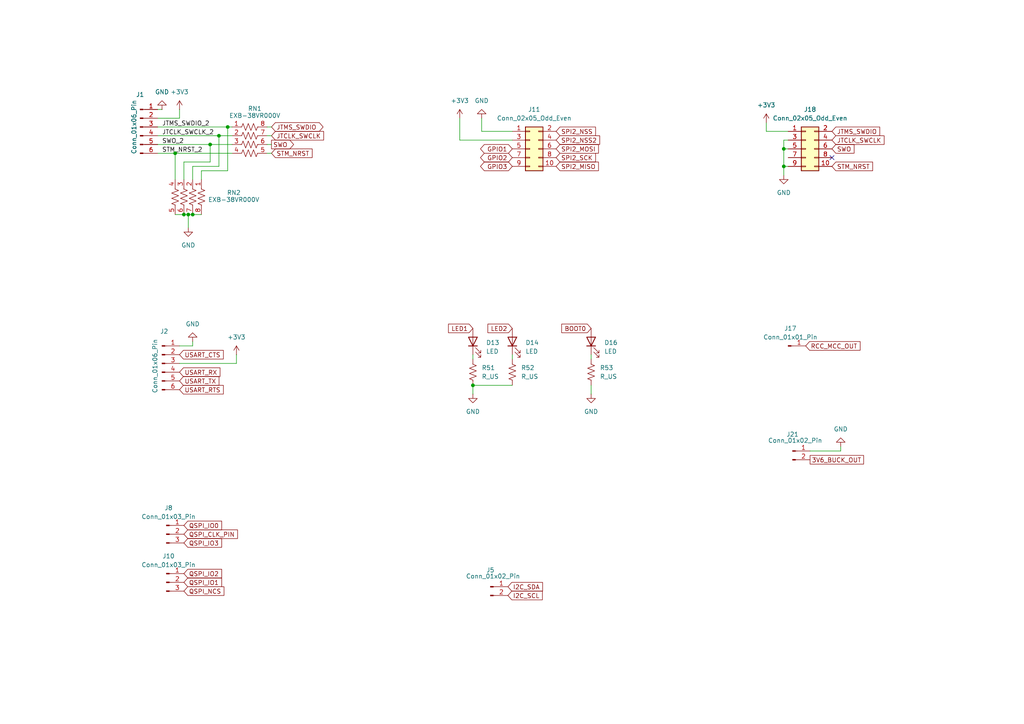
<source format=kicad_sch>
(kicad_sch (version 20231120) (generator "eeschema") (generator_version "8.0")
  (paper "A4")
  (title_block (title "Jakka1") (rev "1"))
  (lib_symbols
    (symbol "Connector:Conn_01x01_Pin" (pin_names (offset 1.016) hide)
      (property "Reference" "J" (at 0 2.54 0))
      (property "Value" "Conn_01x01_Pin" (at 0 -2.54 0))
      (symbol "Conn_01x01_Pin_1_1"
        (polyline (pts (xy 1.27 0) (xy 0.8636 0)) (stroke (width 0.1524)))
        (rectangle (start 0.8636 0.127) (end 0 -0.127) (stroke (width 0.1524)) (fill (type outline)))
        (pin passive line (at 5.08 0 180) (length 3.81) (name "Pin_1") (number "1"))
      )
    )
    (symbol "Connector:Conn_01x02_Pin" (pin_names (offset 1.016) hide)
      (property "Reference" "J" (at 0 2.54 0))
      (property "Value" "Conn_01x02_Pin" (at 0 -5.08 0))
      (symbol "Conn_01x02_Pin_1_1"
        (polyline (pts (xy 1.27 -2.54) (xy 0.8636 -2.54)) (stroke (width 0.1524)))
        (polyline (pts (xy 1.27 0) (xy 0.8636 0)) (stroke (width 0.1524)))
        (rectangle (start 0.8636 -2.413) (end 0 -2.667) (stroke (width 0.1524)) (fill (type outline)))
        (rectangle (start 0.8636 0.127) (end 0 -0.127) (stroke (width 0.1524)) (fill (type outline)))
        (pin passive line (at 5.08 0 180) (length 3.81) (name "Pin_1") (number "1"))
        (pin passive line (at 5.08 -2.54 180) (length 3.81) (name "Pin_2") (number "2"))
      )
    )
    (symbol "Connector:Conn_01x03_Pin" (pin_names (offset 1.016) hide)
      (property "Reference" "J" (at 0 5.08 0))
      (property "Value" "Conn_01x03_Pin" (at 0 -5.08 0))
      (symbol "Conn_01x03_Pin_1_1"
        (polyline (pts (xy 1.27 -2.54) (xy 0.8636 -2.54)) (stroke (width 0.1524)))
        (polyline (pts (xy 1.27 0) (xy 0.8636 0)) (stroke (width 0.1524)))
        (polyline (pts (xy 1.27 2.54) (xy 0.8636 2.54)) (stroke (width 0.1524)))
        (rectangle (start 0.8636 -2.413) (end 0 -2.667) (stroke (width 0.1524)) (fill (type outline)))
        (rectangle (start 0.8636 0.127) (end 0 -0.127) (stroke (width 0.1524)) (fill (type outline)))
        (rectangle (start 0.8636 2.667) (end 0 2.413) (stroke (width 0.1524)) (fill (type outline)))
        (pin passive line (at 5.08 2.54 180) (length 3.81) (name "Pin_1") (number "1"))
        (pin passive line (at 5.08 0 180) (length 3.81) (name "Pin_2") (number "2"))
        (pin passive line (at 5.08 -2.54 180) (length 3.81) (name "Pin_3") (number "3"))
      )
    )
    (symbol "Connector:Conn_01x06_Pin" (pin_names (offset 1.016) hide)
      (property "Reference" "J" (at 0 7.62 0))
      (property "Value" "Conn_01x06_Pin" (at 0 -10.16 0))
      (symbol "Conn_01x06_Pin_1_1"
        (polyline (pts (xy 1.27 -7.62) (xy 0.8636 -7.62)) (stroke (width 0.1524)))
        (polyline (pts (xy 1.27 -5.08) (xy 0.8636 -5.08)) (stroke (width 0.1524)))
        (polyline (pts (xy 1.27 -2.54) (xy 0.8636 -2.54)) (stroke (width 0.1524)))
        (polyline (pts (xy 1.27 0) (xy 0.8636 0)) (stroke (width 0.1524)))
        (polyline (pts (xy 1.27 2.54) (xy 0.8636 2.54)) (stroke (width 0.1524)))
        (polyline (pts (xy 1.27 5.08) (xy 0.8636 5.08)) (stroke (width 0.1524)))
        (rectangle (start 0.8636 -7.493) (end 0 -7.747) (stroke (width 0.1524)) (fill (type outline)))
        (rectangle (start 0.8636 -4.953) (end 0 -5.207) (stroke (width 0.1524)) (fill (type outline)))
        (rectangle (start 0.8636 -2.413) (end 0 -2.667) (stroke (width 0.1524)) (fill (type outline)))
        (rectangle (start 0.8636 0.127) (end 0 -0.127) (stroke (width 0.1524)) (fill (type outline)))
        (rectangle (start 0.8636 2.667) (end 0 2.413) (stroke (width 0.1524)) (fill (type outline)))
        (rectangle (start 0.8636 5.207) (end 0 4.953) (stroke (width 0.1524)) (fill (type outline)))
        (pin passive line (at 5.08 5.08 180) (length 3.81) (name "Pin_1") (number "1"))
        (pin passive line (at 5.08 2.54 180) (length 3.81) (name "Pin_2") (number "2"))
        (pin passive line (at 5.08 0 180) (length 3.81) (name "Pin_3") (number "3"))
        (pin passive line (at 5.08 -2.54 180) (length 3.81) (name "Pin_4") (number "4"))
        (pin passive line (at 5.08 -5.08 180) (length 3.81) (name "Pin_5") (number "5"))
        (pin passive line (at 5.08 -7.62 180) (length 3.81) (name "Pin_6") (number "6"))
      )
    )
    (symbol "Connector_Generic:Conn_02x05_Odd_Even" (pin_names (offset 1.016) hide)
      (property "Reference" "J" (at 1.27 7.62 0))
      (property "Value" "Conn_02x05_Odd_Even" (at 1.27 -7.62 0))
      (symbol "Conn_02x05_Odd_Even_1_1"
        (rectangle (start -1.27 -4.953) (end 0 -5.207) (stroke (width 0.1524)))
        (rectangle (start -1.27 -2.413) (end 0 -2.667) (stroke (width 0.1524)))
        (rectangle (start -1.27 0.127) (end 0 -0.127) (stroke (width 0.1524)))
        (rectangle (start -1.27 2.667) (end 0 2.413) (stroke (width 0.1524)))
        (rectangle (start -1.27 5.207) (end 0 4.953) (stroke (width 0.1524)))
        (rectangle (start -1.27 6.35) (end 3.81 -6.35) (stroke (width 0.254)) (fill (type background)))
        (rectangle (start 3.81 -4.953) (end 2.54 -5.207) (stroke (width 0.1524)))
        (rectangle (start 3.81 -2.413) (end 2.54 -2.667) (stroke (width 0.1524)))
        (rectangle (start 3.81 0.127) (end 2.54 -0.127) (stroke (width 0.1524)))
        (rectangle (start 3.81 2.667) (end 2.54 2.413) (stroke (width 0.1524)))
        (rectangle (start 3.81 5.207) (end 2.54 4.953) (stroke (width 0.1524)))
        (pin passive line (at -5.08 5.08 0) (length 3.81) (name "Pin_1") (number "1"))
        (pin passive line (at 7.62 -5.08 180) (length 3.81) (name "Pin_10") (number "10"))
        (pin passive line (at 7.62 5.08 180) (length 3.81) (name "Pin_2") (number "2"))
        (pin passive line (at -5.08 2.54 0) (length 3.81) (name "Pin_3") (number "3"))
        (pin passive line (at 7.62 2.54 180) (length 3.81) (name "Pin_4") (number "4"))
        (pin passive line (at -5.08 0 0) (length 3.81) (name "Pin_5") (number "5"))
        (pin passive line (at 7.62 0 180) (length 3.81) (name "Pin_6") (number "6"))
        (pin passive line (at -5.08 -2.54 0) (length 3.81) (name "Pin_7") (number "7"))
        (pin passive line (at 7.62 -2.54 180) (length 3.81) (name "Pin_8") (number "8"))
        (pin passive line (at -5.08 -5.08 0) (length 3.81) (name "Pin_9") (number "9"))
      )
    )
    (symbol "Device:LED" (pin_numbers hide) (pin_names (offset 1.016) hide)
      (property "Reference" "D" (at 0 2.54 0))
      (property "Value" "LED" (at 0 -2.54 0))
      (symbol "LED_0_1"
        (polyline (pts (xy -1.27 -1.27) (xy -1.27 1.27)) (stroke (width 0.254)))
        (polyline (pts (xy -1.27 0) (xy 1.27 0)))
        (polyline (pts (xy 1.27 -1.27) (xy 1.27 1.27) (xy -1.27 0) (xy 1.27 -1.27)) (stroke (width 0.254)))
        (polyline (pts (xy -3.048 -0.762) (xy -4.572 -2.286) (xy -3.81 -2.286) (xy -4.572 -2.286) (xy -4.572 -1.524)))
        (polyline (pts (xy -1.778 -0.762) (xy -3.302 -2.286) (xy -2.54 -2.286) (xy -3.302 -2.286) (xy -3.302 -1.524)))
      )
      (symbol "LED_1_1"
        (pin passive line (at -3.81 0 0) (length 2.54) (name "K") (number "1"))
        (pin passive line (at 3.81 0 180) (length 2.54) (name "A") (number "2"))
      )
    )
    (symbol "Device:R_US" (pin_numbers hide) (pin_names (offset 0))
      (property "Reference" "R" (at 2.54 0 90))
      (property "Value" "R_US" (at -2.54 0 90))
      (symbol "R_US_0_1"
        (polyline (pts (xy 0 -2.286) (xy 0 -2.54)))
        (polyline (pts (xy 0 2.286) (xy 0 2.54)))
        (polyline (pts (xy 0 -0.762) (xy 1.016 -1.143) (xy 0 -1.524) (xy -1.016 -1.905) (xy 0 -2.286)))
        (polyline (pts (xy 0 0.762) (xy 1.016 0.381) (xy 0 0) (xy -1.016 -0.381) (xy 0 -0.762)))
        (polyline (pts (xy 0 2.286) (xy 1.016 1.905) (xy 0 1.524) (xy -1.016 1.143) (xy 0 0.762)))
      )
      (symbol "R_US_1_1"
        (pin passive line (at 0 3.81 270) (length 1.27) (name "~") (number "1"))
        (pin passive line (at 0 -3.81 90) (length 1.27) (name "~") (number "2"))
      )
    )
    (symbol "jka_library:EXB-28VR000X"
      (property "Reference" "RN" (at 16.51 7.62 0))
      (property "Value" "EXB-28VR000X" (at 16.51 5.08 0))
      (symbol "EXB-28VR000X_0_1"
        (polyline (pts (xy 5.334 -7.62) (xy 5.08 -7.62)))
        (polyline (pts (xy 5.334 -5.08) (xy 5.08 -5.08)))
        (polyline (pts (xy 5.334 -2.54) (xy 5.08 -2.54)))
        (polyline (pts (xy 5.334 0) (xy 5.08 0)))
        (polyline (pts (xy 10.16 -7.62) (xy 9.906 -7.62)))
        (polyline (pts (xy 10.16 -5.08) (xy 9.906 -5.08)))
        (polyline (pts (xy 10.16 -2.54) (xy 9.906 -2.54)))
        (polyline (pts (xy 10.16 0) (xy 9.906 0)))
        (polyline (pts (xy 5.334 -7.62) (xy 5.715 -6.604) (xy 6.096 -7.62) (xy 6.477 -8.636) (xy 6.858 -7.62)))
        (polyline (pts (xy 5.334 -5.08) (xy 5.715 -4.064) (xy 6.096 -5.08) (xy 6.477 -6.096) (xy 6.858 -5.08)))
        (polyline (pts (xy 5.334 -2.54) (xy 5.715 -1.524) (xy 6.096 -2.54) (xy 6.477 -3.556) (xy 6.858 -2.54)))
        (polyline (pts (xy 5.334 0) (xy 5.715 1.016) (xy 6.096 0) (xy 6.477 -1.016) (xy 6.858 0)))
        (polyline (pts (xy 6.858 -7.62) (xy 7.239 -6.604) (xy 7.62 -7.62) (xy 8.001 -8.636) (xy 8.382 -7.62)))
        (polyline (pts (xy 6.858 -5.08) (xy 7.239 -4.064) (xy 7.62 -5.08) (xy 8.001 -6.096) (xy 8.382 -5.08)))
        (polyline (pts (xy 6.858 -2.54) (xy 7.239 -1.524) (xy 7.62 -2.54) (xy 8.001 -3.556) (xy 8.382 -2.54)))
        (polyline (pts (xy 6.858 0) (xy 7.239 1.016) (xy 7.62 0) (xy 8.001 -1.016) (xy 8.382 0)))
        (polyline (pts (xy 8.382 -7.62) (xy 8.763 -6.604) (xy 9.144 -7.62) (xy 9.525 -8.636) (xy 9.906 -7.62)))
        (polyline (pts (xy 8.382 -5.08) (xy 8.763 -4.064) (xy 9.144 -5.08) (xy 9.525 -6.096) (xy 9.906 -5.08)))
        (polyline (pts (xy 8.382 -2.54) (xy 8.763 -1.524) (xy 9.144 -2.54) (xy 9.525 -3.556) (xy 9.906 -2.54)))
        (polyline (pts (xy 8.382 0) (xy 8.763 1.016) (xy 9.144 0) (xy 9.525 -1.016) (xy 9.906 0)))
      )
      (symbol "EXB-28VR000X_1_1"
        (pin passive line (at 2.54 0 0) (length 2.54) (name "") (number "1"))
        (pin passive line (at 2.54 -2.54 0) (length 2.54) (name "") (number "2"))
        (pin passive line (at 2.54 -5.08 0) (length 2.54) (name "") (number "3"))
        (pin passive line (at 2.54 -7.62 0) (length 2.54) (name "") (number "4"))
        (pin passive line (at 12.7 -7.62 180) (length 2.54) (name "") (number "5"))
        (pin passive line (at 12.7 -5.08 180) (length 2.54) (name "") (number "6"))
        (pin passive line (at 12.7 -2.54 180) (length 2.54) (name "") (number "7"))
        (pin passive line (at 12.7 0 180) (length 2.54) (name "") (number "8"))
      )
    )
    (symbol "power:+3V3" (power) (pin_numbers hide) (pin_names (offset 0) hide)
      (property "Value" "+3V3" (at 0 3.556 0))
      (symbol "+3V3_0_1"
        (polyline (pts (xy -0.762 1.27) (xy 0 2.54)))
        (polyline (pts (xy 0 0) (xy 0 2.54)))
        (polyline (pts (xy 0 2.54) (xy 0.762 1.27)))
      )
      (symbol "+3V3_1_1"
        (pin power_in line (at 0 0 90) (length 0) (name "~") (number "1"))
      )
    )
    (symbol "power:GND" (power) (pin_numbers hide) (pin_names (offset 0) hide)
      (property "Value" "GND" (at 0 -3.81 0))
      (symbol "GND_0_1"
        (polyline (pts (xy 0 0) (xy 0 -1.27) (xy 1.27 -1.27) (xy 0 -2.54) (xy -1.27 -1.27) (xy 0 -1.27)))
      )
      (symbol "GND_1_1"
        (pin power_in line (at 0 0 270) (length 0) (name "~") (number "1"))
      )
    )
  )
  (junction (at 137.16 111.76))
  (junction (at 227.33 43.18))
  (junction (at 66.04 36.83))
  (junction (at 227.33 48.26))
  (junction (at 60.96 41.91))
  (junction (at 54.61 62.23))
  (junction (at 63.5 39.37))
  (junction (at 53.34 62.23))
  (junction (at 55.88 62.23))
  (junction (at 50.8 44.45))
  (no_connect (at 241.3 45.72))
  (wire (pts (xy 78.74 41.91) (xy 77.47 41.91)))
  (wire (pts (xy 63.5 39.37) (xy 67.31 39.37)))
  (wire (pts (xy 137.16 111.76) (xy 148.59 111.76)))
  (wire (pts (xy 55.88 48.26) (xy 55.88 52.07)))
  (wire (pts (xy 52.07 100.33) (xy 55.88 100.33)))
  (wire (pts (xy 53.34 62.23) (xy 54.61 62.23)))
  (wire (pts (xy 243.84 129.54) (xy 243.84 130.81)))
  (wire (pts (xy 45.72 34.29) (xy 52.07 34.29)))
  (wire (pts (xy 133.35 34.29) (xy 133.35 40.64)))
  (wire (pts (xy 63.5 48.26) (xy 55.88 48.26)))
  (wire (pts (xy 139.7 38.1) (xy 139.7 34.29)))
  (wire (pts (xy 68.58 105.41) (xy 52.07 105.41)))
  (wire (pts (xy 66.04 36.83) (xy 67.31 36.83)))
  (wire (pts (xy 228.6 40.64) (xy 227.33 40.64)))
  (wire (pts (xy 68.58 102.87) (xy 68.58 105.41)))
  (wire (pts (xy 45.72 41.91) (xy 60.96 41.91)))
  (wire (pts (xy 45.72 39.37) (xy 63.5 39.37)))
  (wire (pts (xy 63.5 39.37) (xy 63.5 48.26)))
  (wire (pts (xy 66.04 49.53) (xy 66.04 36.83)))
  (wire (pts (xy 54.61 62.23) (xy 55.88 62.23)))
  (wire (pts (xy 52.07 34.29) (xy 52.07 31.75)))
  (wire (pts (xy 45.72 31.75) (xy 46.99 31.75)))
  (wire (pts (xy 78.74 44.45) (xy 77.47 44.45)))
  (wire (pts (xy 227.33 48.26) (xy 227.33 50.8)))
  (wire (pts (xy 171.45 114.3) (xy 171.45 111.76)))
  (wire (pts (xy 60.96 46.99) (xy 60.96 41.91)))
  (wire (pts (xy 55.88 100.33) (xy 55.88 99.06)))
  (wire (pts (xy 45.72 44.45) (xy 50.8 44.45)))
  (wire (pts (xy 227.33 43.18) (xy 227.33 48.26)))
  (wire (pts (xy 171.45 104.14) (xy 171.45 102.87)))
  (wire (pts (xy 137.16 104.14) (xy 137.16 102.87)))
  (wire (pts (xy 133.35 40.64) (xy 148.59 40.64)))
  (wire (pts (xy 222.25 38.1) (xy 222.25 35.56)))
  (wire (pts (xy 58.42 49.53) (xy 58.42 52.07)))
  (wire (pts (xy 78.74 39.37) (xy 77.47 39.37)))
  (wire (pts (xy 234.95 130.81) (xy 243.84 130.81)))
  (wire (pts (xy 50.8 62.23) (xy 53.34 62.23)))
  (wire (pts (xy 50.8 44.45) (xy 67.31 44.45)))
  (wire (pts (xy 227.33 43.18) (xy 228.6 43.18)))
  (wire (pts (xy 50.8 44.45) (xy 50.8 52.07)))
  (wire (pts (xy 227.33 40.64) (xy 227.33 43.18)))
  (wire (pts (xy 148.59 104.14) (xy 148.59 102.87)))
  (wire (pts (xy 53.34 52.07) (xy 53.34 46.99)))
  (wire (pts (xy 53.34 46.99) (xy 60.96 46.99)))
  (wire (pts (xy 137.16 114.3) (xy 137.16 111.76)))
  (wire (pts (xy 54.61 62.23) (xy 54.61 66.04)))
  (wire (pts (xy 55.88 62.23) (xy 58.42 62.23)))
  (wire (pts (xy 148.59 38.1) (xy 139.7 38.1)))
  (wire (pts (xy 60.96 41.91) (xy 67.31 41.91)))
  (wire (pts (xy 45.72 36.83) (xy 66.04 36.83)))
  (wire (pts (xy 78.74 36.83) (xy 77.47 36.83)))
  (wire (pts (xy 228.6 38.1) (xy 222.25 38.1)))
  (wire (pts (xy 66.04 49.53) (xy 58.42 49.53)))
  (wire (pts (xy 228.6 48.26) (xy 227.33 48.26)))
  (label "JTCLK_SWCLK_2" (at 46.99 39.37 0))
  (label "JTMS_SWDIO_2" (at 46.99 36.83 0))
  (label "STM_NRST_2" (at 46.99 44.45 0))
  (label "SWO_2" (at 46.99 41.91 0))
  (global_label "QSPI_NCS" (shape input) (at 53.34 171.45 0) (property "Intersheetrefs" "${INTERSHEET_REFS}" (effects (hide yes))))
  (global_label "JTCLK_SWCLK" (shape input) (at 78.74 39.37 0) (property "Intersheetrefs" "${INTERSHEET_REFS}" (effects (hide yes))))
  (global_label "GPIO3" (shape bidirectional) (at 148.59 48.26 180) (property "Intersheetrefs" "${INTERSHEET_REFS}" (effects (hide yes))))
  (global_label "USART_RTS" (shape input) (at 52.07 113.03 0) (property "Intersheetrefs" "${INTERSHEET_REFS}" (effects (hide yes))))
  (global_label "LED2" (shape input) (at 148.59 95.25 180) (property "Intersheetrefs" "${INTERSHEET_REFS}" (effects (hide yes))))
  (global_label "QSPI_IO2" (shape input) (at 53.34 166.37 0) (property "Intersheetrefs" "${INTERSHEET_REFS}" (effects (hide yes))))
  (global_label "I2C_SDA" (shape input) (at 147.32 170.18 0) (property "Intersheetrefs" "${INTERSHEET_REFS}" (effects (hide yes))))
  (global_label "SPI2_MOSI" (shape input) (at 161.29 43.18 0) (property "Intersheetrefs" "${INTERSHEET_REFS}" (effects (hide yes))))
  (global_label "SPI2_MISO" (shape input) (at 161.29 48.26 0) (property "Intersheetrefs" "${INTERSHEET_REFS}" (effects (hide yes))))
  (global_label "3V6_BUCK_OUT" (shape passive) (at 234.95 133.35 0) (property "Intersheetrefs" "${INTERSHEET_REFS}" (effects (hide yes))))
  (global_label "GPIO1" (shape bidirectional) (at 148.59 43.18 180) (property "Intersheetrefs" "${INTERSHEET_REFS}" (effects (hide yes))))
  (global_label "SPI2_NSS2" (shape input) (at 161.29 40.64 0) (property "Intersheetrefs" "${INTERSHEET_REFS}" (effects (hide yes))))
  (global_label "GPIO2" (shape bidirectional) (at 148.59 45.72 180) (property "Intersheetrefs" "${INTERSHEET_REFS}" (effects (hide yes))))
  (global_label "QSPI_CLK_PIN" (shape input) (at 53.34 154.94 0) (property "Intersheetrefs" "${INTERSHEET_REFS}" (effects (hide yes))))
  (global_label "JTCLK_SWCLK" (shape input) (at 241.3 40.64 0) (property "Intersheetrefs" "${INTERSHEET_REFS}" (effects (hide yes))))
  (global_label "STM_NRST" (shape input) (at 241.3 48.26 0) (property "Intersheetrefs" "${INTERSHEET_REFS}" (effects (hide yes))))
  (global_label "QSPI_IO0" (shape input) (at 53.34 152.4 0) (property "Intersheetrefs" "${INTERSHEET_REFS}" (effects (hide yes))))
  (global_label "SPI2_SCK" (shape input) (at 161.29 45.72 0) (property "Intersheetrefs" "${INTERSHEET_REFS}" (effects (hide yes))))
  (global_label "BOOT0" (shape input) (at 171.45 95.25 180) (property "Intersheetrefs" "${INTERSHEET_REFS}" (effects (hide yes))))
  (global_label "LED1" (shape input) (at 137.16 95.25 180) (property "Intersheetrefs" "${INTERSHEET_REFS}" (effects (hide yes))))
  (global_label "SPI2_NSS" (shape input) (at 161.29 38.1 0) (property "Intersheetrefs" "${INTERSHEET_REFS}" (effects (hide yes))))
  (global_label "I2C_SCL" (shape input) (at 147.32 172.72 0) (property "Intersheetrefs" "${INTERSHEET_REFS}" (effects (hide yes))))
  (global_label "USART_TX" (shape input) (at 52.07 110.49 0) (property "Intersheetrefs" "${INTERSHEET_REFS}" (effects (hide yes))))
  (global_label "JTMS_SWDIO" (shape bidirectional) (at 78.74 36.83 0) (property "Intersheetrefs" "${INTERSHEET_REFS}" (effects (hide yes))))
  (global_label "JTMS_SWDIO" (shape input) (at 241.3 38.1 0) (property "Intersheetrefs" "${INTERSHEET_REFS}" (effects (hide yes))))
  (global_label "RCC_MCC_OUT" (shape input) (at 233.68 100.33 0) (property "Intersheetrefs" "${INTERSHEET_REFS}" (effects (hide yes))))
  (global_label "USART_CTS" (shape input) (at 52.07 102.87 0) (property "Intersheetrefs" "${INTERSHEET_REFS}" (effects (hide yes))))
  (global_label "QSPI_IO1" (shape input) (at 53.34 168.91 0) (property "Intersheetrefs" "${INTERSHEET_REFS}" (effects (hide yes))))
  (global_label "QSPI_IO3" (shape input) (at 53.34 157.48 0) (property "Intersheetrefs" "${INTERSHEET_REFS}" (effects (hide yes))))
  (global_label "SWO" (shape output) (at 78.74 41.91 0) (property "Intersheetrefs" "${INTERSHEET_REFS}" (effects (hide yes))))
  (global_label "STM_NRST" (shape input) (at 78.74 44.45 0) (property "Intersheetrefs" "${INTERSHEET_REFS}" (effects (hide yes))))
  (global_label "USART_RX" (shape input) (at 52.07 107.95 0) (property "Intersheetrefs" "${INTERSHEET_REFS}" (effects (hide yes))))
  (global_label "SWO" (shape input) (at 241.3 43.18 0) (property "Intersheetrefs" "${INTERSHEET_REFS}" (effects (hide yes))))
  (symbol (lib_id "Connector:Conn_01x06_Pin") (at 40.64 36.83 0) (unit 1)
    (property "Reference" "J1" (at 40.64 27.432 0))
    (property "Value" "Conn_01x06_Pin" (at 38.862 36.83 90))
    (property "Footprint" "Connector_PinHeader_2.54mm:PinHeader_1x06_P2.54mm_Vertical" (effects (hide yes)))
    (property "Description" "Generic connector, single row, 01x06, script generated" (effects (hide yes)))
  )
  (symbol (lib_id "power:GND") (at 139.7 34.29 180) (unit 1)
    (property "Reference" "#PWR0131" (effects (hide yes)))
    (property "Value" "GND" (at 139.7 29.21 0))
    (property "Description" "Power symbol creates a global label with name \"GND\" , ground" (effects (hide yes)))
  )
  (symbol (lib_id "power:GND") (at 137.16 114.3 0) (unit 1)
    (property "Reference" "#PWR0128" (effects (hide yes)))
    (property "Value" "GND" (at 137.16 119.38 0))
    (property "Description" "Power symbol creates a global label with name \"GND\" , ground" (effects (hide yes)))
  )
  (symbol (lib_id "Device:R_US") (at 137.16 107.95 0) (unit 1)
    (property "Reference" "R51" (at 139.7 106.6799 0) (effects (justify left)))
    (property "Value" "R_US" (at 139.7 109.2199 0) (effects (justify left)))
    (property "Footprint" "Resistor_SMD:R_0603_1608Metric" (effects (hide yes)))
    (property "Description" "Resistor, US symbol" (effects (hide yes)))
  )
  (symbol (lib_id "Device:R_US") (at 148.59 107.95 0) (unit 1)
    (property "Reference" "R52" (at 151.13 106.6799 0) (effects (justify left)))
    (property "Value" "R_US" (at 151.13 109.2199 0) (effects (justify left)))
    (property "Footprint" "Resistor_SMD:R_0603_1608Metric" (effects (hide yes)))
    (property "Description" "Resistor, US symbol" (effects (hide yes)))
  )
  (symbol (lib_id "Device:LED") (at 171.45 99.06 90) (unit 1)
    (property "Reference" "D16" (at 175.26 99.3774 90) (effects (justify right)))
    (property "Value" "LED" (at 175.26 101.9174 90) (effects (justify right)))
    (property "Footprint" "Diode_SMD:D_0603_1608Metric" (effects (hide yes)))
    (property "Description" "Light emitting diode" (effects (hide yes)))
  )
  (symbol (lib_id "Connector:Conn_01x06_Pin") (at 46.99 105.41 0) (unit 1)
    (property "Reference" "J2" (at 47.625 96.1093 0))
    (property "Value" "Conn_01x06_Pin" (at 44.958 106.172 90))
    (property "Footprint" "Connector_PinHeader_2.54mm:PinHeader_1x06_P2.54mm_Vertical" (effects (hide yes)))
    (property "Description" "Generic connector, single row, 01x06, script generated" (effects (hide yes)))
  )
  (symbol (lib_id "Connector:Conn_01x03_Pin") (at 48.26 168.91 0) (unit 1)
    (property "Reference" "J10" (at 48.895 161.29 0))
    (property "Value" "Conn_01x03_Pin" (at 48.895 163.83 0))
    (property "Footprint" "Connector_PinHeader_2.54mm:PinHeader_1x03_P2.54mm_Vertical" (effects (hide yes)))
    (property "Description" "Generic connector, single row, 01x03, script generated" (effects (hide yes)))
  )
  (symbol (lib_id "power:+3V3") (at 68.58 102.87 0) (unit 1)
    (property "Reference" "#PWR0125" (effects (hide yes)))
    (property "Value" "+3V3" (at 68.58 97.79 0))
    (property "Description" "Power symbol creates a global label with name \"+3V3\"" (effects (hide yes)))
  )
  (symbol (lib_id "jka_library:EXB-28VR000X") (at 58.42 49.53 270) (unit 1)
    (property "Reference" "RN2" (at 67.818 55.88 90))
    (property "Value" "EXB-38VR000V" (at 67.818 57.912 90))
    (property "Footprint" "jka_library:EXB38V472JV" (effects (hide yes)))
    (property "Datasheet" "https://industrial.panasonic.com/cdbs/www-data/pdf/AOC0000/AOC0000C14.pdf" (effects (hide yes)))
    (property "Height" "0" (effects (hide yes)))
    (property "Manufacturer_Name" "Panasonic" (effects (hide yes)))
    (property "Mouser Price/Stock" "https://www.mouser.co.uk/ProductDetail/Panasonic/EXB-28VR000X?qs=oE3VwAv%2FYtk8hShyiznUsA%3D%3D" (effects (hide yes)))
    (property "Arrow Part Number" "EXB-28VR000X" (effects (hide yes)))
    (property "Arrow Price/Stock" "https://www.arrow.com/en/products/exb-28vr000x/panasonic?utm_currency=USD&region=europe" (effects (hide yes)))
  )
  (symbol (lib_id "power:+3V3") (at 133.35 34.29 0) (unit 1)
    (property "Reference" "#PWR0132" (effects (hide yes)))
    (property "Value" "+3V3" (at 133.35 29.21 0))
    (property "Description" "Power symbol creates a global label with name \"+3V3\"" (effects (hide yes)))
  )
  (symbol (lib_id "Device:R_US") (at 171.45 107.95 0) (unit 1)
    (property "Reference" "R53" (at 173.99 106.6799 0) (effects (justify left)))
    (property "Value" "R_US" (at 173.99 109.2199 0) (effects (justify left)))
    (property "Footprint" "Resistor_SMD:R_0603_1608Metric" (effects (hide yes)))
    (property "Description" "Resistor, US symbol" (effects (hide yes)))
  )
  (symbol (lib_id "Connector:Conn_01x02_Pin") (at 229.87 130.81 0) (unit 1)
    (property "Reference" "J21" (at 229.87 125.984 0))
    (property "Value" "Conn_01x02_Pin" (at 230.632 127.762 0))
    (property "Footprint" "Connector_PinHeader_2.54mm:PinHeader_1x02_P2.54mm_Vertical" (effects (hide yes)))
    (property "Description" "Generic connector, single row, 01x02, script generated" (effects (hide yes)))
  )
  (symbol (lib_id "Connector:Conn_01x01_Pin") (at 228.6 100.33 0) (unit 1)
    (property "Reference" "J17" (at 229.235 95.25 0))
    (property "Value" "Conn_01x01_Pin" (at 229.235 97.79 0))
    (property "Footprint" "Connector_PinHeader_2.54mm:PinHeader_1x01_P2.54mm_Vertical" (effects (hide yes)))
    (property "Description" "Generic connector, single row, 01x01, script generated" (effects (hide yes)))
  )
  (symbol (lib_id "Connector_Generic:Conn_02x05_Odd_Even") (at 233.68 43.18 0) (unit 1)
    (property "Reference" "J18" (at 234.95 31.75 0))
    (property "Value" "Conn_02x05_Odd_Even" (at 234.95 34.29 0))
    (property "Footprint" "Connector_PinHeader_1.27mm:PinHeader_2x05_P1.27mm_Vertical" (effects (hide yes)))
    (property "Description" "Generic connector, double row, 02x05, odd/even pin numbering scheme (row 1 odd numbers, row 2 even numbers), script generated (kicad-library-utils/schlib/autogen/connector/)" (effects (hide yes)))
  )
  (symbol (lib_id "power:GND") (at 55.88 99.06 180) (unit 1)
    (property "Reference" "#PWR0126" (effects (hide yes)))
    (property "Value" "GND" (at 55.88 93.98 0))
    (property "Description" "Power symbol creates a global label with name \"GND\" , ground" (effects (hide yes)))
  )
  (symbol (lib_id "Connector:Conn_01x03_Pin") (at 48.26 154.94 0) (unit 1)
    (property "Reference" "J8" (at 48.895 147.32 0))
    (property "Value" "Conn_01x03_Pin" (at 48.895 149.86 0))
    (property "Footprint" "Connector_PinHeader_2.54mm:PinHeader_1x03_P2.54mm_Vertical" (effects (hide yes)))
    (property "Description" "Generic connector, single row, 01x03, script generated" (effects (hide yes)))
  )
  (symbol (lib_id "power:GND") (at 54.61 66.04 0) (mirror y) (unit 1)
    (property "Reference" "#PWR0139" (effects (hide yes)))
    (property "Value" "GND" (at 54.61 71.12 0))
    (property "Description" "Power symbol creates a global label with name \"GND\" , ground" (effects (hide yes)))
  )
  (symbol (lib_id "power:GND") (at 243.84 129.54 180) (unit 1)
    (property "Reference" "#PWR059" (effects (hide yes)))
    (property "Value" "GND" (at 243.84 124.46 0))
    (property "Description" "Power symbol creates a global label with name \"GND\" , ground" (effects (hide yes)))
  )
  (symbol (lib_id "power:GND") (at 171.45 114.3 0) (unit 1)
    (property "Reference" "#PWR0138" (effects (hide yes)))
    (property "Value" "GND" (at 171.45 119.38 0))
    (property "Description" "Power symbol creates a global label with name \"GND\" , ground" (effects (hide yes)))
  )
  (symbol (lib_id "power:GND") (at 227.33 50.8 0) (unit 1)
    (property "Reference" "#PWR013" (effects (hide yes)))
    (property "Value" "GND" (at 227.33 55.88 0))
    (property "Description" "Power symbol creates a global label with name \"GND\" , ground" (effects (hide yes)))
  )
  (symbol (lib_id "Device:LED") (at 148.59 99.06 90) (unit 1)
    (property "Reference" "D14" (at 152.4 99.3774 90) (effects (justify right)))
    (property "Value" "LED" (at 152.4 101.9174 90) (effects (justify right)))
    (property "Footprint" "Diode_SMD:D_0603_1608Metric" (effects (hide yes)))
    (property "Description" "Light emitting diode" (effects (hide yes)))
  )
  (symbol (lib_id "Connector_Generic:Conn_02x05_Odd_Even") (at 153.67 43.18 0) (unit 1)
    (property "Reference" "J11" (at 154.94 31.75 0))
    (property "Value" "Conn_02x05_Odd_Even" (at 154.94 34.29 0))
    (property "Footprint" "Connector_PinHeader_2.54mm:PinHeader_2x05_P2.54mm_Vertical" (effects (hide yes)))
    (property "Description" "Generic connector, double row, 02x05, odd/even pin numbering scheme (row 1 odd numbers, row 2 even numbers), script generated (kicad-library-utils/schlib/autogen/connector/)" (effects (hide yes)))
  )
  (symbol (lib_id "power:+3V3") (at 222.25 35.56 0) (unit 1)
    (property "Reference" "#PWR0127" (effects (hide yes)))
    (property "Value" "+3V3" (at 222.25 30.48 0))
    (property "Description" "Power symbol creates a global label with name \"+3V3\"" (effects (hide yes)))
  )
  (symbol (lib_id "power:+3V3") (at 52.07 31.75 0) (unit 1)
    (property "Reference" "#PWR0123" (effects (hide yes)))
    (property "Value" "+3V3" (at 52.07 26.67 0))
    (property "Description" "Power symbol creates a global label with name \"+3V3\"" (effects (hide yes)))
  )
  (symbol (lib_id "power:GND") (at 46.99 31.75 180) (unit 1)
    (property "Reference" "#PWR0124" (effects (hide yes)))
    (property "Value" "GND" (at 46.99 26.67 0))
    (property "Description" "Power symbol creates a global label with name \"GND\" , ground" (effects (hide yes)))
  )
  (symbol (lib_id "Connector:Conn_01x02_Pin") (at 142.24 170.18 0) (unit 1)
    (property "Reference" "J5" (at 142.24 165.354 0))
    (property "Value" "Conn_01x02_Pin" (at 143.002 167.132 0))
    (property "Footprint" "Connector_PinHeader_2.54mm:PinHeader_1x02_P2.54mm_Vertical" (effects (hide yes)))
    (property "Description" "Generic connector, single row, 01x02, script generated" (effects (hide yes)))
  )
  (symbol (lib_id "Device:LED") (at 137.16 99.06 90) (unit 1)
    (property "Reference" "D13" (at 140.97 99.3774 90) (effects (justify right)))
    (property "Value" "LED" (at 140.97 101.9174 90) (effects (justify right)))
    (property "Footprint" "Diode_SMD:D_0603_1608Metric" (effects (hide yes)))
    (property "Description" "Light emitting diode" (effects (hide yes)))
  )
  (symbol (lib_id "jka_library:EXB-28VR000X") (at 64.77 36.83 0) (unit 1)
    (property "Reference" "RN1" (at 73.914 31.496 0))
    (property "Value" "EXB-38VR000V" (at 73.914 33.528 0))
    (property "Footprint" "jka_library:EXB38V472JV" (effects (hide yes)))
    (property "Datasheet" "https://industrial.panasonic.com/cdbs/www-data/pdf/AOC0000/AOC0000C14.pdf" (effects (hide yes)))
    (property "Height" "0" (effects (hide yes)))
    (property "Manufacturer_Name" "Panasonic" (effects (hide yes)))
    (property "Mouser Price/Stock" "https://www.mouser.co.uk/ProductDetail/Panasonic/EXB-28VR000X?qs=oE3VwAv%2FYtk8hShyiznUsA%3D%3D" (effects (hide yes)))
    (property "Arrow Part Number" "EXB-28VR000X" (effects (hide yes)))
    (property "Arrow Price/Stock" "https://www.arrow.com/en/products/exb-28vr000x/panasonic?utm_currency=USD&region=europe" (effects (hide yes)))
  )
)
</source>
